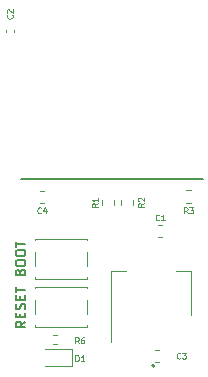
<source format=gbr>
%TF.GenerationSoftware,KiCad,Pcbnew,(6.0.7)*%
%TF.CreationDate,2023-02-05T00:26:33-08:00*%
%TF.ProjectId,ESP_Module,4553505f-4d6f-4647-956c-652e6b696361,rev?*%
%TF.SameCoordinates,Original*%
%TF.FileFunction,Legend,Top*%
%TF.FilePolarity,Positive*%
%FSLAX46Y46*%
G04 Gerber Fmt 4.6, Leading zero omitted, Abs format (unit mm)*
G04 Created by KiCad (PCBNEW (6.0.7)) date 2023-02-05 00:26:33*
%MOMM*%
%LPD*%
G01*
G04 APERTURE LIST*
%ADD10C,0.152400*%
%ADD11C,0.125000*%
%ADD12C,0.120000*%
%ADD13C,0.127000*%
%ADD14C,0.200000*%
G04 APERTURE END LIST*
D10*
X148941942Y-91303085D02*
X148980647Y-91186971D01*
X149019352Y-91148266D01*
X149096761Y-91109561D01*
X149212876Y-91109561D01*
X149290285Y-91148266D01*
X149328990Y-91186971D01*
X149367695Y-91264380D01*
X149367695Y-91574019D01*
X148554895Y-91574019D01*
X148554895Y-91303085D01*
X148593600Y-91225676D01*
X148632304Y-91186971D01*
X148709714Y-91148266D01*
X148787123Y-91148266D01*
X148864533Y-91186971D01*
X148903238Y-91225676D01*
X148941942Y-91303085D01*
X148941942Y-91574019D01*
X148554895Y-90606400D02*
X148554895Y-90451580D01*
X148593600Y-90374171D01*
X148671009Y-90296761D01*
X148825828Y-90258057D01*
X149096761Y-90258057D01*
X149251580Y-90296761D01*
X149328990Y-90374171D01*
X149367695Y-90451580D01*
X149367695Y-90606400D01*
X149328990Y-90683809D01*
X149251580Y-90761219D01*
X149096761Y-90799923D01*
X148825828Y-90799923D01*
X148671009Y-90761219D01*
X148593600Y-90683809D01*
X148554895Y-90606400D01*
X148554895Y-89754895D02*
X148554895Y-89600076D01*
X148593600Y-89522666D01*
X148671009Y-89445257D01*
X148825828Y-89406552D01*
X149096761Y-89406552D01*
X149251580Y-89445257D01*
X149328990Y-89522666D01*
X149367695Y-89600076D01*
X149367695Y-89754895D01*
X149328990Y-89832304D01*
X149251580Y-89909714D01*
X149096761Y-89948419D01*
X148825828Y-89948419D01*
X148671009Y-89909714D01*
X148593600Y-89832304D01*
X148554895Y-89754895D01*
X148554895Y-89174323D02*
X148554895Y-88709866D01*
X149367695Y-88942095D02*
X148554895Y-88942095D01*
X149367695Y-95480495D02*
X148980647Y-95751428D01*
X149367695Y-95944952D02*
X148554895Y-95944952D01*
X148554895Y-95635314D01*
X148593600Y-95557904D01*
X148632304Y-95519200D01*
X148709714Y-95480495D01*
X148825828Y-95480495D01*
X148903238Y-95519200D01*
X148941942Y-95557904D01*
X148980647Y-95635314D01*
X148980647Y-95944952D01*
X148941942Y-95132152D02*
X148941942Y-94861219D01*
X149367695Y-94745104D02*
X149367695Y-95132152D01*
X148554895Y-95132152D01*
X148554895Y-94745104D01*
X149328990Y-94435466D02*
X149367695Y-94319352D01*
X149367695Y-94125828D01*
X149328990Y-94048419D01*
X149290285Y-94009714D01*
X149212876Y-93971009D01*
X149135466Y-93971009D01*
X149058057Y-94009714D01*
X149019352Y-94048419D01*
X148980647Y-94125828D01*
X148941942Y-94280647D01*
X148903238Y-94358057D01*
X148864533Y-94396761D01*
X148787123Y-94435466D01*
X148709714Y-94435466D01*
X148632304Y-94396761D01*
X148593600Y-94358057D01*
X148554895Y-94280647D01*
X148554895Y-94087123D01*
X148593600Y-93971009D01*
X148941942Y-93622666D02*
X148941942Y-93351733D01*
X149367695Y-93235619D02*
X149367695Y-93622666D01*
X148554895Y-93622666D01*
X148554895Y-93235619D01*
X148554895Y-93003390D02*
X148554895Y-92538933D01*
X149367695Y-92771161D02*
X148554895Y-92771161D01*
D11*
%TO.C,C4*%
X150716666Y-86278571D02*
X150692857Y-86302380D01*
X150621428Y-86326190D01*
X150573809Y-86326190D01*
X150502380Y-86302380D01*
X150454761Y-86254761D01*
X150430952Y-86207142D01*
X150407142Y-86111904D01*
X150407142Y-86040476D01*
X150430952Y-85945238D01*
X150454761Y-85897619D01*
X150502380Y-85850000D01*
X150573809Y-85826190D01*
X150621428Y-85826190D01*
X150692857Y-85850000D01*
X150716666Y-85873809D01*
X151145238Y-85992857D02*
X151145238Y-86326190D01*
X151026190Y-85802380D02*
X150907142Y-86159523D01*
X151216666Y-86159523D01*
%TO.C,C3*%
X162516666Y-98578571D02*
X162492857Y-98602380D01*
X162421428Y-98626190D01*
X162373809Y-98626190D01*
X162302380Y-98602380D01*
X162254761Y-98554761D01*
X162230952Y-98507142D01*
X162207142Y-98411904D01*
X162207142Y-98340476D01*
X162230952Y-98245238D01*
X162254761Y-98197619D01*
X162302380Y-98150000D01*
X162373809Y-98126190D01*
X162421428Y-98126190D01*
X162492857Y-98150000D01*
X162516666Y-98173809D01*
X162683333Y-98126190D02*
X162992857Y-98126190D01*
X162826190Y-98316666D01*
X162897619Y-98316666D01*
X162945238Y-98340476D01*
X162969047Y-98364285D01*
X162992857Y-98411904D01*
X162992857Y-98530952D01*
X162969047Y-98578571D01*
X162945238Y-98602380D01*
X162897619Y-98626190D01*
X162754761Y-98626190D01*
X162707142Y-98602380D01*
X162683333Y-98578571D01*
%TO.C,C1*%
X160716666Y-86878571D02*
X160692857Y-86902380D01*
X160621428Y-86926190D01*
X160573809Y-86926190D01*
X160502380Y-86902380D01*
X160454761Y-86854761D01*
X160430952Y-86807142D01*
X160407142Y-86711904D01*
X160407142Y-86640476D01*
X160430952Y-86545238D01*
X160454761Y-86497619D01*
X160502380Y-86450000D01*
X160573809Y-86426190D01*
X160621428Y-86426190D01*
X160692857Y-86450000D01*
X160716666Y-86473809D01*
X161192857Y-86926190D02*
X160907142Y-86926190D01*
X161050000Y-86926190D02*
X161050000Y-86426190D01*
X161002380Y-86497619D01*
X160954761Y-86545238D01*
X160907142Y-86569047D01*
%TO.C,R6*%
X153916666Y-97326190D02*
X153750000Y-97088095D01*
X153630952Y-97326190D02*
X153630952Y-96826190D01*
X153821428Y-96826190D01*
X153869047Y-96850000D01*
X153892857Y-96873809D01*
X153916666Y-96921428D01*
X153916666Y-96992857D01*
X153892857Y-97040476D01*
X153869047Y-97064285D01*
X153821428Y-97088095D01*
X153630952Y-97088095D01*
X154345238Y-96826190D02*
X154250000Y-96826190D01*
X154202380Y-96850000D01*
X154178571Y-96873809D01*
X154130952Y-96945238D01*
X154107142Y-97040476D01*
X154107142Y-97230952D01*
X154130952Y-97278571D01*
X154154761Y-97302380D01*
X154202380Y-97326190D01*
X154297619Y-97326190D01*
X154345238Y-97302380D01*
X154369047Y-97278571D01*
X154392857Y-97230952D01*
X154392857Y-97111904D01*
X154369047Y-97064285D01*
X154345238Y-97040476D01*
X154297619Y-97016666D01*
X154202380Y-97016666D01*
X154154761Y-97040476D01*
X154130952Y-97064285D01*
X154107142Y-97111904D01*
%TO.C,R2*%
X159426190Y-85483333D02*
X159188095Y-85650000D01*
X159426190Y-85769047D02*
X158926190Y-85769047D01*
X158926190Y-85578571D01*
X158950000Y-85530952D01*
X158973809Y-85507142D01*
X159021428Y-85483333D01*
X159092857Y-85483333D01*
X159140476Y-85507142D01*
X159164285Y-85530952D01*
X159188095Y-85578571D01*
X159188095Y-85769047D01*
X158973809Y-85292857D02*
X158950000Y-85269047D01*
X158926190Y-85221428D01*
X158926190Y-85102380D01*
X158950000Y-85054761D01*
X158973809Y-85030952D01*
X159021428Y-85007142D01*
X159069047Y-85007142D01*
X159140476Y-85030952D01*
X159426190Y-85316666D01*
X159426190Y-85007142D01*
%TO.C,R1*%
X155526190Y-85483333D02*
X155288095Y-85650000D01*
X155526190Y-85769047D02*
X155026190Y-85769047D01*
X155026190Y-85578571D01*
X155050000Y-85530952D01*
X155073809Y-85507142D01*
X155121428Y-85483333D01*
X155192857Y-85483333D01*
X155240476Y-85507142D01*
X155264285Y-85530952D01*
X155288095Y-85578571D01*
X155288095Y-85769047D01*
X155526190Y-85007142D02*
X155526190Y-85292857D01*
X155526190Y-85150000D02*
X155026190Y-85150000D01*
X155097619Y-85197619D01*
X155145238Y-85245238D01*
X155169047Y-85292857D01*
%TO.C,D1*%
X153630952Y-98826190D02*
X153630952Y-98326190D01*
X153750000Y-98326190D01*
X153821428Y-98350000D01*
X153869047Y-98397619D01*
X153892857Y-98445238D01*
X153916666Y-98540476D01*
X153916666Y-98611904D01*
X153892857Y-98707142D01*
X153869047Y-98754761D01*
X153821428Y-98802380D01*
X153750000Y-98826190D01*
X153630952Y-98826190D01*
X154392857Y-98826190D02*
X154107142Y-98826190D01*
X154250000Y-98826190D02*
X154250000Y-98326190D01*
X154202380Y-98397619D01*
X154154761Y-98445238D01*
X154107142Y-98469047D01*
%TO.C,C2*%
X148278571Y-69525333D02*
X148302380Y-69549142D01*
X148326190Y-69620571D01*
X148326190Y-69668190D01*
X148302380Y-69739619D01*
X148254761Y-69787238D01*
X148207142Y-69811047D01*
X148111904Y-69834857D01*
X148040476Y-69834857D01*
X147945238Y-69811047D01*
X147897619Y-69787238D01*
X147850000Y-69739619D01*
X147826190Y-69668190D01*
X147826190Y-69620571D01*
X147850000Y-69549142D01*
X147873809Y-69525333D01*
X147873809Y-69334857D02*
X147850000Y-69311047D01*
X147826190Y-69263428D01*
X147826190Y-69144380D01*
X147850000Y-69096761D01*
X147873809Y-69072952D01*
X147921428Y-69049142D01*
X147969047Y-69049142D01*
X148040476Y-69072952D01*
X148326190Y-69358666D01*
X148326190Y-69049142D01*
%TO.C,R3*%
X163116666Y-86326190D02*
X162950000Y-86088095D01*
X162830952Y-86326190D02*
X162830952Y-85826190D01*
X163021428Y-85826190D01*
X163069047Y-85850000D01*
X163092857Y-85873809D01*
X163116666Y-85921428D01*
X163116666Y-85992857D01*
X163092857Y-86040476D01*
X163069047Y-86064285D01*
X163021428Y-86088095D01*
X162830952Y-86088095D01*
X163283333Y-85826190D02*
X163592857Y-85826190D01*
X163426190Y-86016666D01*
X163497619Y-86016666D01*
X163545238Y-86040476D01*
X163569047Y-86064285D01*
X163592857Y-86111904D01*
X163592857Y-86230952D01*
X163569047Y-86278571D01*
X163545238Y-86302380D01*
X163497619Y-86326190D01*
X163354761Y-86326190D01*
X163307142Y-86302380D01*
X163283333Y-86278571D01*
D12*
%TO.C,C4*%
X150940580Y-84390000D02*
X150659420Y-84390000D01*
X150940580Y-85410000D02*
X150659420Y-85410000D01*
%TO.C,C3*%
X160668580Y-97890000D02*
X160387420Y-97890000D01*
X160668580Y-98910000D02*
X160387420Y-98910000D01*
%TO.C,C1*%
X160659420Y-88310000D02*
X160940580Y-88310000D01*
X160659420Y-87290000D02*
X160940580Y-87290000D01*
%TO.C,SW1*%
X150200000Y-93664000D02*
X150200000Y-94804000D01*
X150200000Y-95934000D02*
X154600000Y-95934000D01*
X154600000Y-95934000D02*
X154600000Y-95814000D01*
X154600000Y-92654000D02*
X154600000Y-92534000D01*
X154600000Y-94804000D02*
X154600000Y-93664000D01*
X150200000Y-95814000D02*
X150200000Y-95934000D01*
X154600000Y-92534000D02*
X150200000Y-92534000D01*
X150200000Y-92534000D02*
X150200000Y-92654000D01*
%TO.C,SW2*%
X150200000Y-88470000D02*
X150200000Y-88590000D01*
X154600000Y-88590000D02*
X154600000Y-88470000D01*
X150200000Y-91870000D02*
X154600000Y-91870000D01*
X150200000Y-89600000D02*
X150200000Y-90740000D01*
X154600000Y-91870000D02*
X154600000Y-91750000D01*
X150200000Y-91750000D02*
X150200000Y-91870000D01*
X154600000Y-90740000D02*
X154600000Y-89600000D01*
X154600000Y-88470000D02*
X150200000Y-88470000D01*
%TO.C,R6*%
X152045641Y-96648000D02*
X151738359Y-96648000D01*
X152045641Y-97408000D02*
X151738359Y-97408000D01*
%TO.C,R2*%
X158522500Y-85162742D02*
X158522500Y-85637258D01*
X157477500Y-85162742D02*
X157477500Y-85637258D01*
%TO.C,R1*%
X155877500Y-85162742D02*
X155877500Y-85637258D01*
X156922500Y-85162742D02*
X156922500Y-85637258D01*
%TO.C,D1*%
X153377000Y-99287000D02*
X153377000Y-97817000D01*
X153377000Y-97817000D02*
X151092000Y-97817000D01*
X151092000Y-99287000D02*
X153377000Y-99287000D01*
D13*
%TO.C,U2*%
X164418000Y-83417000D02*
X149018000Y-83417000D01*
D12*
%TO.C,C2*%
X148442000Y-71007836D02*
X148442000Y-70792164D01*
X147722000Y-71007836D02*
X147722000Y-70792164D01*
%TO.C,U1*%
X156610000Y-91162000D02*
X157870000Y-91162000D01*
X163430000Y-91162000D02*
X162170000Y-91162000D01*
X156610000Y-97172000D02*
X156610000Y-91162000D01*
X163430000Y-94922000D02*
X163430000Y-91162000D01*
%TO.C,R3*%
X162962742Y-84377500D02*
X163437258Y-84377500D01*
X162962742Y-85422500D02*
X163437258Y-85422500D01*
D14*
%TO.C,J1*%
X160318000Y-99216000D02*
G75*
G03*
X160318000Y-99216000I-100000J0D01*
G01*
%TD*%
M02*

</source>
